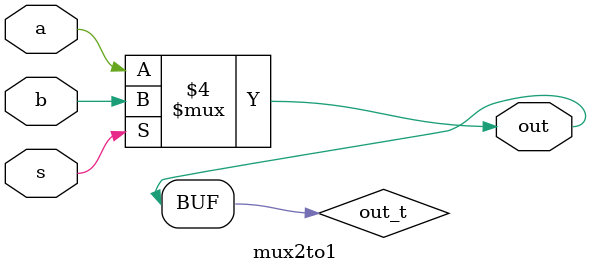
<source format=v>
module mux2to1(
    input a,
    input b,
    input s,
    output out);
    reg out_t;
    always @(s or a or b)
        if(!s)
            out_t=a;
        else
            out_t=b;
    assign out=out_t;
endmodule


</source>
